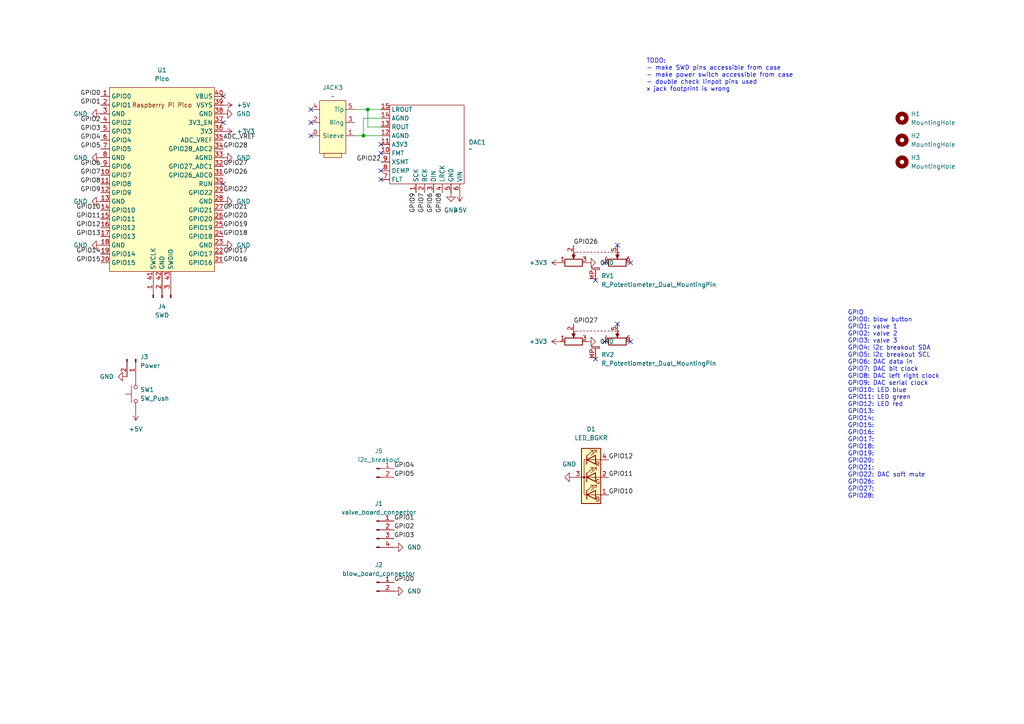
<source format=kicad_sch>
(kicad_sch (version 20250114) (generator "eeschema") (generator_version "9.0")
  (paper "A4")
  (lib_symbols
    (symbol "Connector:Conn_01x02_Pin" (pin_names (offset 1.016) (hide yes))
      (property "Reference" "J" (at 0 2.54 0))
      (property "Value" "Conn_01x02_Pin" (at 0 -5.08 0))
      (symbol "Conn_01x02_Pin_1_1"
        (rectangle (start 0.8636 0.127) (end 0 -0.127) (stroke (width 0.1524)) (fill (type outline)))
        (rectangle (start 0.8636 -2.413) (end 0 -2.667) (stroke (width 0.1524)) (fill (type outline)))
        (polyline (pts (xy 1.27 0) (xy 0.8636 0)) (stroke (width 0.1524)))
        (polyline (pts (xy 1.27 -2.54) (xy 0.8636 -2.54)) (stroke (width 0.1524)))
        (pin passive line (at 5.08 0 180) (length 3.81) (name "Pin_1") (number "1"))
        (pin passive line (at 5.08 -2.54 180) (length 3.81) (name "Pin_2") (number "2"))
      )
    )
    (symbol "Connector:Conn_01x03_Pin" (pin_names (offset 1.016) (hide yes))
      (property "Reference" "J" (at 0 5.08 0))
      (property "Value" "Conn_01x03_Pin" (at 0 -5.08 0))
      (symbol "Conn_01x03_Pin_1_1"
        (rectangle (start 0.8636 2.667) (end 0 2.413) (stroke (width 0.1524)) (fill (type outline)))
        (rectangle (start 0.8636 0.127) (end 0 -0.127) (stroke (width 0.1524)) (fill (type outline)))
        (rectangle (start 0.8636 -2.413) (end 0 -2.667) (stroke (width 0.1524)) (fill (type outline)))
        (polyline (pts (xy 1.27 2.54) (xy 0.8636 2.54)) (stroke (width 0.1524)))
        (polyline (pts (xy 1.27 0) (xy 0.8636 0)) (stroke (width 0.1524)))
        (polyline (pts (xy 1.27 -2.54) (xy 0.8636 -2.54)) (stroke (width 0.1524)))
        (pin passive line (at 5.08 2.54 180) (length 3.81) (name "Pin_1") (number "1"))
        (pin passive line (at 5.08 0 180) (length 3.81) (name "Pin_2") (number "2"))
        (pin passive line (at 5.08 -2.54 180) (length 3.81) (name "Pin_3") (number "3"))
      )
    )
    (symbol "Connector:Conn_01x04_Pin" (pin_names (offset 1.016) (hide yes))
      (property "Reference" "J" (at 0 5.08 0))
      (property "Value" "Conn_01x04_Pin" (at 0 -7.62 0))
      (symbol "Conn_01x04_Pin_1_1"
        (rectangle (start 0.8636 2.667) (end 0 2.413) (stroke (width 0.1524)) (fill (type outline)))
        (rectangle (start 0.8636 0.127) (end 0 -0.127) (stroke (width 0.1524)) (fill (type outline)))
        (rectangle (start 0.8636 -2.413) (end 0 -2.667) (stroke (width 0.1524)) (fill (type outline)))
        (rectangle (start 0.8636 -4.953) (end 0 -5.207) (stroke (width 0.1524)) (fill (type outline)))
        (polyline (pts (xy 1.27 2.54) (xy 0.8636 2.54)) (stroke (width 0.1524)))
        (polyline (pts (xy 1.27 0) (xy 0.8636 0)) (stroke (width 0.1524)))
        (polyline (pts (xy 1.27 -2.54) (xy 0.8636 -2.54)) (stroke (width 0.1524)))
        (polyline (pts (xy 1.27 -5.08) (xy 0.8636 -5.08)) (stroke (width 0.1524)))
        (pin passive line (at 5.08 2.54 180) (length 3.81) (name "Pin_1") (number "1"))
        (pin passive line (at 5.08 0 180) (length 3.81) (name "Pin_2") (number "2"))
        (pin passive line (at 5.08 -2.54 180) (length 3.81) (name "Pin_3") (number "3"))
        (pin passive line (at 5.08 -5.08 180) (length 3.81) (name "Pin_4") (number "4"))
      )
    )
    (symbol "Device:LED_BGKR" (pin_names (offset 0) (hide yes))
      (property "Reference" "D" (at 0 9.398 0))
      (property "Value" "LED_BGKR" (at 0 -8.89 0))
      (symbol "LED_BGKR_0_0"
        (text "R" (at 1.905 3.81 0) (effects (font (size 1.27 1.27))))
        (text "G" (at 1.905 -1.27 0) (effects (font (size 1.27 1.27))))
        (text "B" (at 1.905 -6.35 0) (effects (font (size 1.27 1.27))))
      )
      (symbol "LED_BGKR_0_1"
        (circle (center -2.032 0) (radius 0.254) (fill (type outline)))
        (polyline (pts (xy -1.27 6.35) (xy -1.27 3.81)) (stroke (width 0.254)))
        (polyline (pts (xy -1.27 6.35) (xy -1.27 3.81) (xy -1.27 3.81)))
        (polyline (pts (xy -1.27 5.08) (xy 1.27 5.08)))
        (polyline (pts (xy -1.27 5.08) (xy -2.032 5.08) (xy -2.032 -5.08) (xy -1.016 -5.08)))
        (polyline (pts (xy -1.27 1.27) (xy -1.27 -1.27)) (stroke (width 0.254)))
        (polyline (pts (xy -1.27 1.27) (xy -1.27 -1.27) (xy -1.27 -1.27)))
        (polyline (pts (xy -1.27 0) (xy -2.54 0)))
        (polyline (pts (xy -1.27 -3.81) (xy -1.27 -6.35)) (stroke (width 0.254)))
        (polyline (pts (xy -1.27 -5.08) (xy 1.27 -5.08)))
        (polyline (pts (xy -1.016 6.35) (xy 0.508 7.874) (xy -0.254 7.874) (xy 0.508 7.874) (xy 0.508 7.112)))
        (polyline (pts (xy -1.016 1.27) (xy 0.508 2.794) (xy -0.254 2.794) (xy 0.508 2.794) (xy 0.508 2.032)))
        (polyline (pts (xy -1.016 -3.81) (xy 0.508 -2.286) (xy -0.254 -2.286) (xy 0.508 -2.286) (xy 0.508 -3.048)))
        (polyline (pts (xy 0 6.35) (xy 1.524 7.874) (xy 0.762 7.874) (xy 1.524 7.874) (xy 1.524 7.112)))
        (polyline (pts (xy 0 1.27) (xy 1.524 2.794) (xy 0.762 2.794) (xy 1.524 2.794) (xy 1.524 2.032)))
        (polyline (pts (xy 0 -3.81) (xy 1.524 -2.286) (xy 0.762 -2.286) (xy 1.524 -2.286) (xy 1.524 -3.048)))
        (polyline (pts (xy 1.27 6.35) (xy 1.27 3.81) (xy -1.27 5.08) (xy 1.27 6.35)) (stroke (width 0.254)))
        (rectangle (start 1.27 6.35) (end 1.27 6.35))
        (polyline (pts (xy 1.27 5.08) (xy 2.54 5.08)))
        (rectangle (start 1.27 3.81) (end 1.27 6.35))
        (polyline (pts (xy 1.27 1.27) (xy 1.27 -1.27) (xy -1.27 0) (xy 1.27 1.27)) (stroke (width 0.254)))
        (rectangle (start 1.27 1.27) (end 1.27 1.27))
        (polyline (pts (xy 1.27 0) (xy -1.27 0)))
        (polyline (pts (xy 1.27 0) (xy 2.54 0)))
        (rectangle (start 1.27 -1.27) (end 1.27 1.27))
        (polyline (pts (xy 1.27 -3.81) (xy 1.27 -6.35) (xy -1.27 -5.08) (xy 1.27 -3.81)) (stroke (width 0.254)))
        (polyline (pts (xy 1.27 -5.08) (xy 2.54 -5.08)))
        (rectangle (start 2.794 8.382) (end -2.794 -7.62) (stroke (width 0.254)) (fill (type background)))
      )
      (symbol "LED_BGKR_1_1"
        (pin passive line (at -5.08 0 0) (length 2.54) (name "K") (number "3"))
        (pin passive line (at 5.08 5.08 180) (length 2.54) (name "RA") (number "4"))
        (pin passive line (at 5.08 0 180) (length 2.54) (name "GA") (number "2"))
        (pin passive line (at 5.08 -5.08 180) (length 2.54) (name "BA") (number "1"))
      )
    )
    (symbol "Device:R_Potentiometer_Dual_MountingPin" (pin_names (offset 1.016) (hide yes))
      (property "Reference" "RV" (at 0 3.81 0))
      (property "Value" "R_Potentiometer_Dual_MountingPin" (at 0 1.905 0))
      (symbol "R_Potentiometer_Dual_MountingPin_0_1"
        (rectangle (start -8.89 -1.524) (end -3.81 -3.556) (stroke (width 0.254)))
        (polyline (pts (xy -6.35 0) (xy -6.35 -1.016)))
        (polyline (pts (xy -6.35 0) (xy -6.35 -1.016)))
        (polyline (pts (xy -6.35 0) (xy -5.842 0.508)))
        (polyline (pts (xy -6.35 -1.397) (xy -6.858 -0.254) (xy -5.842 -0.254) (xy -6.35 -1.397)) (fill (type outline)))
        (polyline (pts (xy -5.588 0.508) (xy -5.08 0.508)))
        (polyline (pts (xy -4.572 0.508) (xy -4.064 0.508)))
        (polyline (pts (xy -3.556 0.508) (xy -3.048 0.508)))
        (polyline (pts (xy -2.54 0.508) (xy -2.032 0.508)))
        (polyline (pts (xy -1.524 0.508) (xy -1.016 0.508)))
        (polyline (pts (xy -0.508 0.508) (xy 0 0.508)))
        (polyline (pts (xy 0.508 0.508) (xy 1.016 0.508)))
        (polyline (pts (xy 1.524 0.508) (xy 2.032 0.508)))
        (polyline (pts (xy 2.54 0.508) (xy 3.048 0.508)))
        (polyline (pts (xy 3.556 0.508) (xy 4.064 0.508)))
        (rectangle (start 3.81 -1.524) (end 8.89 -3.556) (stroke (width 0.254)))
        (polyline (pts (xy 4.572 0.508) (xy 5.08 0.508)))
        (polyline (pts (xy 5.588 0.508) (xy 6.096 0.508)))
        (polyline (pts (xy 6.35 0) (xy 6.35 -1.016)))
        (polyline (pts (xy 6.35 0) (xy 6.35 -1.016)))
        (polyline (pts (xy 6.35 -1.397) (xy 5.842 -0.254) (xy 6.858 -0.254) (xy 6.35 -1.397)) (fill (type outline)))
        (polyline (pts (xy 6.604 0.508) (xy 6.858 0.508) (xy 6.35 0)))
      )
      (symbol "R_Potentiometer_Dual_MountingPin_1_1"
        (polyline (pts (xy -1.27 -4.578) (xy 1.27 -4.578)))
        (text "Mounting" (at 0 -4.066 0) (effects (font (size 0.381 0.381))))
        (pin passive line (at -10.16 -2.54 0) (length 1.27) (name "1") (number "1"))
        (pin passive line (at -6.35 2.54 270) (length 2.54) (name "2") (number "2"))
        (pin passive line (at -2.54 -2.54 180) (length 1.27) (name "3") (number "3"))
        (pin passive line (at 0 -7.62 90) (length 3.048) (name "MountPin") (number "MP"))
        (pin passive line (at 2.54 -2.54 0) (length 1.27) (name "4") (number "4"))
        (pin passive line (at 6.35 2.54 270) (length 2.54) (name "5") (number "5"))
        (pin passive line (at 10.16 -2.54 180) (length 1.27) (name "6") (number "6"))
      )
    )
    (symbol "MCU_RaspberryPi_and_Boards:Pico"
      (property "Reference" "U" (at -13.97 27.94 0))
      (property "Value" "Pico" (at 0 19.05 0))
      (symbol "Pico_0_0"
        (text "Raspberry Pi Pico" (at 0 21.59 0) (effects (font (size 1.27 1.27))))
      )
      (symbol "Pico_0_1"
        (rectangle (start -15.24 26.67) (end 15.24 -26.67) (fill (type background)))
      )
      (symbol "Pico_1_1"
        (pin bidirectional line (at -17.78 24.13 0) (length 2.54) (name "GPIO0") (number "1"))
        (pin bidirectional line (at -17.78 21.59 0) (length 2.54) (name "GPIO1") (number "2"))
        (pin power_in line (at -17.78 19.05 0) (length 2.54) (name "GND") (number "3"))
        (pin bidirectional line (at -17.78 16.51 0) (length 2.54) (name "GPIO2") (number "4"))
        (pin bidirectional line (at -17.78 13.97 0) (length 2.54) (name "GPIO3") (number "5"))
        (pin bidirectional line (at -17.78 11.43 0) (length 2.54) (name "GPIO4") (number "6"))
        (pin bidirectional line (at -17.78 8.89 0) (length 2.54) (name "GPIO5") (number "7"))
        (pin power_in line (at -17.78 6.35 0) (length 2.54) (name "GND") (number "8"))
        (pin bidirectional line (at -17.78 3.81 0) (length 2.54) (name "GPIO6") (number "9"))
        (pin bidirectional line (at -17.78 1.27 0) (length 2.54) (name "GPIO7") (number "10"))
        (pin bidirectional line (at -17.78 -1.27 0) (length 2.54) (name "GPIO8") (number "11"))
        (pin bidirectional line (at -17.78 -3.81 0) (length 2.54) (name "GPIO9") (number "12"))
        (pin power_in line (at -17.78 -6.35 0) (length 2.54) (name "GND") (number "13"))
        (pin bidirectional line (at -17.78 -8.89 0) (length 2.54) (name "GPIO10") (number "14"))
        (pin bidirectional line (at -17.78 -11.43 0) (length 2.54) (name "GPIO11") (number "15"))
        (pin bidirectional line (at -17.78 -13.97 0) (length 2.54) (name "GPIO12") (number "16"))
        (pin bidirectional line (at -17.78 -16.51 0) (length 2.54) (name "GPIO13") (number "17"))
        (pin power_in line (at -17.78 -19.05 0) (length 2.54) (name "GND") (number "18"))
        (pin bidirectional line (at -17.78 -21.59 0) (length 2.54) (name "GPIO14") (number "19"))
        (pin bidirectional line (at -17.78 -24.13 0) (length 2.54) (name "GPIO15") (number "20"))
        (pin input line (at -2.54 -29.21 90) (length 2.54) (name "SWCLK") (number "41"))
        (pin power_in line (at 0 -29.21 90) (length 2.54) (name "GND") (number "42"))
        (pin bidirectional line (at 2.54 -29.21 90) (length 2.54) (name "SWDIO") (number "43"))
        (pin power_in line (at 17.78 24.13 180) (length 2.54) (name "VBUS") (number "40"))
        (pin power_in line (at 17.78 21.59 180) (length 2.54) (name "VSYS") (number "39"))
        (pin bidirectional line (at 17.78 19.05 180) (length 2.54) (name "GND") (number "38"))
        (pin input line (at 17.78 16.51 180) (length 2.54) (name "3V3_EN") (number "37"))
        (pin power_in line (at 17.78 13.97 180) (length 2.54) (name "3V3") (number "36"))
        (pin power_in line (at 17.78 11.43 180) (length 2.54) (name "ADC_VREF") (number "35"))
        (pin bidirectional line (at 17.78 8.89 180) (length 2.54) (name "GPIO28_ADC2") (number "34"))
        (pin power_in line (at 17.78 6.35 180) (length 2.54) (name "AGND") (number "33"))
        (pin bidirectional line (at 17.78 3.81 180) (length 2.54) (name "GPIO27_ADC1") (number "32"))
        (pin bidirectional line (at 17.78 1.27 180) (length 2.54) (name "GPIO26_ADC0") (number "31"))
        (pin input line (at 17.78 -1.27 180) (length 2.54) (name "RUN") (number "30"))
        (pin bidirectional line (at 17.78 -3.81 180) (length 2.54) (name "GPIO22") (number "29"))
        (pin power_in line (at 17.78 -6.35 180) (length 2.54) (name "GND") (number "28"))
        (pin bidirectional line (at 17.78 -8.89 180) (length 2.54) (name "GPIO21") (number "27"))
        (pin bidirectional line (at 17.78 -11.43 180) (length 2.54) (name "GPIO20") (number "26"))
        (pin bidirectional line (at 17.78 -13.97 180) (length 2.54) (name "GPIO19") (number "25"))
        (pin bidirectional line (at 17.78 -16.51 180) (length 2.54) (name "GPIO18") (number "24"))
        (pin power_in line (at 17.78 -19.05 180) (length 2.54) (name "GND") (number "23"))
        (pin bidirectional line (at 17.78 -21.59 180) (length 2.54) (name "GPIO17") (number "22"))
        (pin bidirectional line (at 17.78 -24.13 180) (length 2.54) (name "GPIO16") (number "21"))
      )
    )
    (symbol "Mechanical:MountingHole" (pin_names (offset 1.016)) (in_bom no)
      (property "Reference" "H" (at 0 5.08 0))
      (property "Value" "MountingHole" (at 0 3.175 0))
      (symbol "MountingHole_0_1"
        (circle (center 0 0) (radius 1.27) (stroke (width 1.27)))
      )
    )
    (symbol "Switch:SW_Push" (pin_numbers (hide yes)) (pin_names (offset 1.016) (hide yes))
      (property "Reference" "SW" (at 1.27 2.54 0))
      (property "Value" "SW_Push" (at 0 -1.524 0))
      (symbol "SW_Push_0_1"
        (circle (center -2.032 0) (radius 0.508))
        (polyline (pts (xy 0 1.27) (xy 0 3.048)))
        (circle (center 2.032 0) (radius 0.508))
        (polyline (pts (xy 2.54 1.27) (xy -2.54 1.27)))
        (pin passive line (at -5.08 0 0) (length 2.54) (name "1") (number "1"))
        (pin passive line (at 5.08 0 180) (length 2.54) (name "2") (number "2"))
      )
    )
    (symbol "power:+3V3" (power) (pin_numbers (hide yes)) (pin_names (offset 0) (hide yes))
      (property "Value" "+3V3" (at 0 3.556 0))
      (symbol "+3V3_0_1"
        (polyline (pts (xy -0.762 1.27) (xy 0 2.54)))
        (polyline (pts (xy 0 2.54) (xy 0.762 1.27)))
        (polyline (pts (xy 0 0) (xy 0 2.54)))
      )
      (symbol "+3V3_1_1"
        (pin power_in line (at 0 0 90) (length 0) (name "~") (number "1"))
      )
    )
    (symbol "power:+5V" (power) (pin_numbers (hide yes)) (pin_names (offset 0) (hide yes))
      (property "Value" "+5V" (at 0 3.556 0))
      (symbol "+5V_0_1"
        (polyline (pts (xy -0.762 1.27) (xy 0 2.54)))
        (polyline (pts (xy 0 2.54) (xy 0.762 1.27)))
        (polyline (pts (xy 0 0) (xy 0 2.54)))
      )
      (symbol "+5V_1_1"
        (pin power_in line (at 0 0 90) (length 0) (name "~") (number "1"))
      )
    )
    (symbol "power:GND" (power) (pin_numbers (hide yes)) (pin_names (offset 0) (hide yes))
      (property "Value" "GND" (at 0 -3.81 0))
      (symbol "GND_0_1"
        (polyline (pts (xy 0 0) (xy 0 -1.27) (xy 1.27 -1.27) (xy 0 -2.54) (xy -1.27 -1.27) (xy 0 -1.27)))
      )
      (symbol "GND_1_1"
        (pin power_in line (at 0 0 270) (length 0) (name "~") (number "1"))
      )
    )
    (symbol "rytmos:PCM5102_breakout"
      (property "Reference" "DAC" (at 0 0 0))
      (symbol "PCM5102_breakout_0_1"
        (rectangle (start -10.16 -1.27) (end 11.43 -24.13))
      )
      (symbol "PCM5102_breakout_1_1"
        (pin output line (at -12.7 -2.54 0) (length 2.54) (name "LROUT") (number "15"))
        (pin power_in line (at -12.7 -5.08 0) (length 2.54) (name "AGND") (number "14"))
        (pin output line (at -12.7 -7.62 0) (length 2.54) (name "ROUT") (number "13"))
        (pin power_in line (at -12.7 -10.16 0) (length 2.54) (name "AGND") (number "12"))
        (pin power_in line (at -12.7 -12.7 0) (length 2.54) (name "A3V3") (number "11"))
        (pin input line (at -12.7 -15.24 0) (length 2.54) (name "FMT") (number "10"))
        (pin input line (at -12.7 -17.78 0) (length 2.54) (name "XSMT") (number "9"))
        (pin input line (at -12.7 -20.32 0) (length 2.54) (name "DEMP") (number "8"))
        (pin input line (at -12.7 -22.86 0) (length 2.54) (name "FLT") (number "7"))
        (pin input line (at -2.54 -26.67 90) (length 2.54) (name "SCK") (number "1"))
        (pin input line (at 0 -26.67 90) (length 2.54) (name "BCK") (number "2"))
        (pin input line (at 2.54 -26.67 90) (length 2.54) (name "DIN") (number "3"))
        (pin input line (at 5.08 -26.67 90) (length 2.54) (name "LRCK") (number "4"))
        (pin power_in line (at 7.62 -26.67 90) (length 2.54) (name "GND") (number "5"))
        (pin power_in line (at 10.16 -26.67 90) (length 2.54) (name "VIN") (number "6"))
      )
    )
    (symbol "rytmos:TRS_Jack_6.3mm"
      (property "Reference" "JACK" (at -0.254 7.62 0))
      (symbol "TRS_Jack_6.3mm_1_1"
        (rectangle (start -3.81 -8.89) (end 3.81 6.35) (fill (type background)))
        (rectangle (start -2.54 -10.16) (end 2.54 -8.89) (fill (type background)))
        (pin input line (at -6.35 3.81 0) (length 2.54) (name "") (number "4"))
        (pin input line (at -6.35 0 0) (length 2.54) (name "") (number "2"))
        (pin input line (at -6.35 -3.81 0) (length 2.54) (name "") (number "0"))
        (pin input line (at 6.35 3.81 180) (length 2.54) (name "Tip") (number "5"))
        (pin input line (at 6.35 0 180) (length 2.54) (name "Ring") (number "3"))
        (pin input line (at 6.35 -3.81 180) (length 2.54) (name "Sleeve") (number "1"))
      )
    )
  )
  (text "TODO:\n- make SWD pins accessible from case\n- make power switch accessible from case\n- double check linpot pins used\nx jack footprint is wrong" (at 187.452 21.844 0) (effects (font (size 1.27 1.27)) (justify left)))
  (text "GPIO\nGPIO0: blow button\nGPIO1: valve 1\nGPIO2: valve 2\nGPIO3: valve 3\nGPIO4: i2c breakout SDA\nGPIO5: i2c breakout SCL\nGPIO6: DAC data in\nGPIO7: DAC bit clock\nGPIO8: DAC left right clock\nGPIO9: DAC serial clock\nGPIO10: LED blue\nGPIO11: LED green\nGPIO12: LED red\nGPIO13: \nGPIO14: \nGPIO15: \nGPIO16: \nGPIO17: \nGPIO18: \nGPIO19: \nGPIO20: \nGPIO21: \nGPIO22: DAC soft mute\nGPIO26:\nGPIO27:\nGPIO28:" (at 245.872 117.348 0) (effects (font (size 1.27 1.27)) (justify left)))
  (junction (at 105.41 39.37))
  (junction (at 106.68 31.75))
  (no_connect (at 172.72 104.14))
  (no_connect (at 182.88 76.2))
  (no_connect (at 90.17 35.56))
  (no_connect (at 110.49 52.07))
  (no_connect (at 172.72 81.28))
  (no_connect (at 182.88 99.06))
  (no_connect (at 179.07 93.98))
  (no_connect (at 175.26 99.06))
  (no_connect (at 175.26 76.2))
  (no_connect (at 90.17 39.37))
  (no_connect (at 179.07 71.12))
  (no_connect (at 110.49 44.45))
  (no_connect (at 64.77 35.56))
  (no_connect (at 90.17 31.75))
  (no_connect (at 64.77 53.34))
  (no_connect (at 110.49 49.53))
  (no_connect (at 110.49 41.91))
  (no_connect (at 64.77 27.94))
  (wire (pts (xy 106.68 36.83) (xy 106.68 31.75)))
  (wire (pts (xy 110.49 34.29) (xy 105.41 34.29)))
  (wire (pts (xy 102.87 31.75) (xy 106.68 31.75)))
  (wire (pts (xy 105.41 39.37) (xy 110.49 39.37)))
  (wire (pts (xy 110.49 36.83) (xy 106.68 36.83)))
  (wire (pts (xy 102.87 39.37) (xy 105.41 39.37)))
  (wire (pts (xy 105.41 34.29) (xy 105.41 39.37)))
  (wire (pts (xy 106.68 31.75) (xy 110.49 31.75)))
  (label "GPIO16" (at 64.77 76.2 0))
  (label "GPIO15" (at 29.21 76.2 180))
  (label "GPIO2" (at 114.3 153.67 0))
  (label "GPIO8" (at 128.27 55.88 270))
  (label "GPIO10" (at 176.53 143.51 0))
  (label "GPIO1" (at 114.3 151.13 0))
  (label "GPIO27" (at 166.37 93.98 0))
  (label "GPIO18" (at 64.77 68.58 0))
  (label "GPIO12" (at 29.21 66.04 180))
  (label "GPIO21" (at 64.77 60.96 0))
  (label "GPIO0" (at 114.3 168.91 0))
  (label "GPIO28" (at 64.77 43.18 0))
  (label "GPIO19" (at 64.77 66.04 0))
  (label "GPIO2" (at 29.21 35.56 180))
  (label "GPIO26" (at 64.77 50.8 0))
  (label "GPIO10" (at 29.21 60.96 180))
  (label "GPIO1" (at 29.21 30.48 180))
  (label "GPIO9" (at 29.21 55.88 180))
  (label "GPIO22" (at 110.49 46.99 180))
  (label "GPIO17" (at 64.77 73.66 0))
  (label "GPIO7" (at 29.21 50.8 180))
  (label "GPIO6" (at 29.21 48.26 180))
  (label "GPIO12" (at 176.53 133.35 0))
  (label "GPIO0" (at 29.21 27.94 180))
  (label "GPIO9" (at 120.65 55.88 270))
  (label "GPIO22" (at 64.77 55.88 0))
  (label "GPIO11" (at 29.21 63.5 180))
  (label "GPIO6" (at 125.73 55.88 270))
  (label "ADC_VREF" (at 64.77 40.64 0))
  (label "GPIO20" (at 64.77 63.5 0))
  (label "GPIO3" (at 114.3 156.21 0))
  (label "GPIO13" (at 29.21 68.58 180))
  (label "GPIO4" (at 114.3 135.89 0))
  (label "GPIO4" (at 29.21 40.64 180))
  (label "GPIO5" (at 114.3 138.43 0))
  (label "GPIO8" (at 29.21 53.34 180))
  (label "GPIO14" (at 29.21 73.66 180))
  (label "GPIO26" (at 166.37 71.12 0))
  (label "GPIO27" (at 64.77 48.26 0))
  (label "GPIO5" (at 29.21 43.18 180))
  (label "GPIO11" (at 176.53 138.43 0))
  (label "GPIO3" (at 29.21 38.1 180))
  (label "GPIO7" (at 123.19 55.88 270))
  (symbol (lib_id "MCU_RaspberryPi_and_Boards:Pico") (at 46.99 52.07 0) (unit 1)
    (property "Reference" "U1" (at 46.99 20.32 0))
    (property "Value" "Pico" (at 46.99 22.86 0))
    (property "Footprint" "MCU_RaspberryPi_and_Boards:RPi_Pico_SMD" (effects (hide yes)))
  )
  (symbol (lib_id "power:GND") (at 166.37 138.43 270) (unit 1)
    (property "Reference" "#PWR042" (effects (hide yes)))
    (property "Value" "GND" (at 165.1 134.62 90))
    (property "Description" "Power symbol creates a global label with name \"GND\" , ground" (effects (hide yes)))
  )
  (symbol (lib_id "Switch:SW_Push") (at 39.37 114.3 90) (unit 1)
    (property "Reference" "SW1" (at 40.64 113.0299 90) (effects (justify right)))
    (property "Value" "SW_Push" (at 40.64 115.5699 90) (effects (justify right)))
    (property "Footprint" "Connector_PinHeader_2.54mm:PinHeader_1x03_P2.54mm_Vertical" (effects (hide yes)))
    (property "Description" "Push button switch, generic, two pins" (effects (hide yes)))
  )
  (symbol (lib_id "Device:R_Potentiometer_Dual_MountingPin") (at 172.72 73.66 0) (unit 1)
    (property "Reference" "RV1" (at 174.3711 80.01 0) (effects (justify left)))
    (property "Value" "R_Potentiometer_Dual_MountingPin" (at 174.3711 82.55 0) (effects (justify left)))
    (property "Footprint" "rytmos:linpot_75mm" (effects (hide yes)))
    (property "Description" "Dual potentiometer with a mounting pin" (effects (hide yes)))
  )
  (symbol (lib_id "Connector:Conn_01x02_Pin") (at 109.22 135.89 0) (unit 1)
    (property "Reference" "J5" (at 109.855 130.81 0))
    (property "Value" "i2c_breakout" (at 109.855 133.35 0))
    (property "Footprint" "Connector_PinHeader_2.54mm:PinHeader_1x02_P2.54mm_Vertical" (effects (hide yes)))
    (property "Description" "Generic connector, single row, 01x02, script generated" (effects (hide yes)))
  )
  (symbol (lib_id "power:+5V") (at 64.77 30.48 270) (unit 1)
    (property "Reference" "#PWR03" (effects (hide yes)))
    (property "Value" "+5V" (at 68.58 30.4799 90) (effects (justify left)))
    (property "Description" "Power symbol creates a global label with name \"+5V\"" (effects (hide yes)))
  )
  (symbol (lib_id "power:GND") (at 64.77 58.42 90) (unit 1)
    (property "Reference" "#PWR09" (effects (hide yes)))
    (property "Value" "GND" (at 68.58 58.4199 90) (effects (justify right)))
    (property "Description" "Power symbol creates a global label with name \"GND\" , ground" (effects (hide yes)))
  )
  (symbol (lib_id "power:+5V") (at 133.35 55.88 180) (unit 1)
    (property "Reference" "#PWR023" (effects (hide yes)))
    (property "Value" "+5V" (at 133.35 60.96 0))
    (property "Description" "Power symbol creates a global label with name \"+5V\"" (effects (hide yes)))
  )
  (symbol (lib_id "power:+3V3") (at 162.56 99.06 90) (unit 1)
    (property "Reference" "#PWR020" (effects (hide yes)))
    (property "Value" "+3V3" (at 158.75 99.0599 90) (effects (justify left)))
    (property "Description" "Power symbol creates a global label with name \"+3V3\"" (effects (hide yes)))
  )
  (symbol (lib_id "power:GND") (at 170.18 76.2 90) (unit 1)
    (property "Reference" "#PWR017" (effects (hide yes)))
    (property "Value" "GND" (at 173.99 76.1999 90) (effects (justify right)))
    (property "Description" "Power symbol creates a global label with name \"GND\" , ground" (effects (hide yes)))
  )
  (symbol (lib_id "Mechanical:MountingHole") (at 261.62 34.29 0) (unit 1) (in_bom no)
    (property "Reference" "H1" (at 264.16 33.0199 0) (effects (justify left)))
    (property "Value" "MountingHole" (at 264.16 35.5599 0) (effects (justify left)))
    (property "Footprint" "MountingHole:MountingHole_3.2mm_M3" (effects (hide yes)))
    (property "Description" "Mounting Hole without connection" (effects (hide yes)))
  )
  (symbol (lib_id "power:GND") (at 114.3 158.75 90) (unit 1)
    (property "Reference" "#PWR016" (effects (hide yes)))
    (property "Value" "GND" (at 118.11 158.7499 90) (effects (justify right)))
    (property "Description" "Power symbol creates a global label with name \"GND\" , ground" (effects (hide yes)))
  )
  (symbol (lib_id "power:GND") (at 29.21 33.02 270) (unit 1)
    (property "Reference" "#PWR04" (effects (hide yes)))
    (property "Value" "GND" (at 25.4 33.0199 90) (effects (justify right)))
    (property "Description" "Power symbol creates a global label with name \"GND\" , ground" (effects (hide yes)))
  )
  (symbol (lib_id "Connector:Conn_01x03_Pin") (at 46.99 86.36 90) (unit 1)
    (property "Reference" "J4" (at 46.99 88.9 90))
    (property "Value" "SWD" (at 46.99 91.44 90))
    (property "Footprint" "Connector_PinHeader_2.54mm:PinHeader_1x03_P2.54mm_Vertical" (effects (hide yes)))
    (property "Description" "Generic connector, single row, 01x03, script generated" (effects (hide yes)))
  )
  (symbol (lib_id "Mechanical:MountingHole") (at 261.62 40.64 0) (unit 1) (in_bom no)
    (property "Reference" "H2" (at 264.16 39.3699 0) (effects (justify left)))
    (property "Value" "MountingHole" (at 264.16 41.9099 0) (effects (justify left)))
    (property "Footprint" "MountingHole:MountingHole_3.2mm_M3" (effects (hide yes)))
    (property "Description" "Mounting Hole without connection" (effects (hide yes)))
  )
  (symbol (lib_id "Device:R_Potentiometer_Dual_MountingPin") (at 172.72 96.52 0) (unit 1)
    (property "Reference" "RV2" (at 174.3711 102.87 0) (effects (justify left)))
    (property "Value" "R_Potentiometer_Dual_MountingPin" (at 174.3711 105.41 0) (effects (justify left)))
    (property "Footprint" "rytmos:linpot_75mm" (effects (hide yes)))
    (property "Description" "Dual potentiometer with a mounting pin" (effects (hide yes)))
  )
  (symbol (lib_id "power:GND") (at 36.83 109.22 270) (unit 1)
    (property "Reference" "#PWR013" (effects (hide yes)))
    (property "Value" "GND" (at 33.02 109.2199 90) (effects (justify right)))
    (property "Description" "Power symbol creates a global label with name \"GND\" , ground" (effects (hide yes)))
  )
  (symbol (lib_id "power:+3V3") (at 64.77 38.1 270) (unit 1)
    (property "Reference" "#PWR012" (effects (hide yes)))
    (property "Value" "+3V3" (at 68.58 38.0999 90) (effects (justify left)))
    (property "Description" "Power symbol creates a global label with name \"+3V3\"" (effects (hide yes)))
  )
  (symbol (lib_id "power:GND") (at 29.21 45.72 270) (unit 1)
    (property "Reference" "#PWR05" (effects (hide yes)))
    (property "Value" "GND" (at 25.4 45.7199 90) (effects (justify right)))
    (property "Description" "Power symbol creates a global label with name \"GND\" , ground" (effects (hide yes)))
  )
  (symbol (lib_id "Connector:Conn_01x02_Pin") (at 39.37 104.14 270) (unit 1)
    (property "Reference" "J3" (at 40.64 103.5049 90) (effects (justify left)))
    (property "Value" "Power" (at 40.64 106.0449 90) (effects (justify left)))
    (property "Footprint" "Connector_PinHeader_2.54mm:PinHeader_1x02_P2.54mm_Vertical" (effects (hide yes)))
    (property "Description" "Generic connector, single row, 01x02, script generated" (effects (hide yes)))
  )
  (symbol (lib_id "power:+5V") (at 39.37 119.38 180) (unit 1)
    (property "Reference" "#PWR014" (effects (hide yes)))
    (property "Value" "+5V" (at 39.37 124.46 0))
    (property "Description" "Power symbol creates a global label with name \"+5V\"" (effects (hide yes)))
  )
  (symbol (lib_id "power:GND") (at 114.3 171.45 90) (unit 1)
    (property "Reference" "#PWR01" (effects (hide yes)))
    (property "Value" "GND" (at 118.11 171.4499 90) (effects (justify right)))
    (property "Description" "Power symbol creates a global label with name \"GND\" , ground" (effects (hide yes)))
  )
  (symbol (lib_id "power:GND") (at 170.18 99.06 90) (unit 1)
    (property "Reference" "#PWR018" (effects (hide yes)))
    (property "Value" "GND" (at 173.99 99.0599 90) (effects (justify right)))
    (property "Description" "Power symbol creates a global label with name \"GND\" , ground" (effects (hide yes)))
  )
  (symbol (lib_id "power:GND") (at 64.77 45.72 90) (unit 1)
    (property "Reference" "#PWR010" (effects (hide yes)))
    (property "Value" "GND" (at 68.58 45.7199 90) (effects (justify right)))
    (property "Description" "Power symbol creates a global label with name \"GND\" , ground" (effects (hide yes)))
  )
  (symbol (lib_id "Mechanical:MountingHole") (at 261.62 46.99 0) (unit 1) (in_bom no)
    (property "Reference" "H3" (at 264.16 45.7199 0) (effects (justify left)))
    (property "Value" "MountingHole" (at 264.16 48.2599 0) (effects (justify left)))
    (property "Footprint" "MountingHole:MountingHole_3.2mm_M3" (effects (hide yes)))
    (property "Description" "Mounting Hole without connection" (effects (hide yes)))
  )
  (symbol (lib_id "power:GND") (at 29.21 71.12 270) (unit 1)
    (property "Reference" "#PWR07" (effects (hide yes)))
    (property "Value" "GND" (at 25.4 71.1199 90) (effects (justify right)))
    (property "Description" "Power symbol creates a global label with name \"GND\" , ground" (effects (hide yes)))
  )
  (symbol (lib_id "power:GND") (at 29.21 58.42 270) (unit 1)
    (property "Reference" "#PWR06" (effects (hide yes)))
    (property "Value" "GND" (at 25.4 58.4199 90) (effects (justify right)))
    (property "Description" "Power symbol creates a global label with name \"GND\" , ground" (effects (hide yes)))
  )
  (symbol (lib_id "Connector:Conn_01x02_Pin") (at 109.22 168.91 0) (unit 1)
    (property "Reference" "J2" (at 109.855 163.83 0))
    (property "Value" "blow_board_connector" (at 109.855 166.37 0))
    (property "Footprint" "Connector_PinHeader_2.54mm:PinHeader_1x02_P2.54mm_Vertical" (effects (hide yes)))
    (property "Description" "Generic connector, single row, 01x02, script generated" (effects (hide yes)))
  )
  (symbol (lib_id "power:+3V3") (at 162.56 76.2 90) (unit 1)
    (property "Reference" "#PWR019" (effects (hide yes)))
    (property "Value" "+3V3" (at 158.75 76.1999 90) (effects (justify left)))
    (property "Description" "Power symbol creates a global label with name \"+3V3\"" (effects (hide yes)))
  )
  (symbol (lib_id "rytmos:TRS_Jack_6.3mm") (at 96.52 35.56 0) (unit 1)
    (property "Reference" "JACK3" (at 96.52 25.4 0))
    (property "Value" "~" (at 96.52 27.94 0))
    (property "Footprint" "rytmos:SlimJack6.3" (effects (hide yes)))
  )
  (symbol (lib_id "power:GND") (at 130.81 55.88 0) (unit 1)
    (property "Reference" "#PWR024" (effects (hide yes)))
    (property "Value" "GND" (at 130.81 60.96 0))
    (property "Description" "Power symbol creates a global label with name \"GND\" , ground" (effects (hide yes)))
  )
  (symbol (lib_id "Device:LED_BGKR") (at 171.45 138.43 0) (unit 1)
    (property "Reference" "D1" (at 171.45 124.46 0))
    (property "Value" "LED_BGKR" (at 171.45 127 0))
    (property "Footprint" "LED_THT:LED_D5.0mm-4_RGB" (effects (hide yes)))
    (property "Description" "RGB LED, blue/green/cathode/red" (effects (hide yes)))
  )
  (symbol (lib_id "power:GND") (at 64.77 71.12 90) (unit 1)
    (property "Reference" "#PWR08" (effects (hide yes)))
    (property "Value" "GND" (at 68.58 71.1199 90) (effects (justify right)))
    (property "Description" "Power symbol creates a global label with name \"GND\" , ground" (effects (hide yes)))
  )
  (symbol (lib_id "power:GND") (at 64.77 33.02 90) (unit 1)
    (property "Reference" "#PWR011" (effects (hide yes)))
    (property "Value" "GND" (at 68.58 33.0199 90) (effects (justify right)))
    (property "Description" "Power symbol creates a global label with name \"GND\" , ground" (effects (hide yes)))
  )
  (symbol (lib_id "Connector:Conn_01x04_Pin") (at 109.22 153.67 0) (unit 1)
    (property "Reference" "J1" (at 109.855 146.05 0))
    (property "Value" "valve_board_connector" (at 109.855 148.59 0))
    (property "Footprint" "Connector_PinHeader_2.54mm:PinHeader_1x04_P2.54mm_Vertical" (effects (hide yes)))
    (property "Description" "Generic connector, single row, 01x04, script generated" (effects (hide yes)))
  )
  (symbol (lib_id "rytmos:PCM5102_breakout") (at 123.19 29.21 0) (unit 1)
    (property "Reference" "DAC1" (at 135.89 41.2749 0) (effects (justify left)))
    (property "Value" "~" (at 135.89 43.18 0) (effects (justify left)))
    (property "Footprint" "rytmos:PCM5102_BREAKOUT" (effects (hide yes)))
  )
)
</source>
